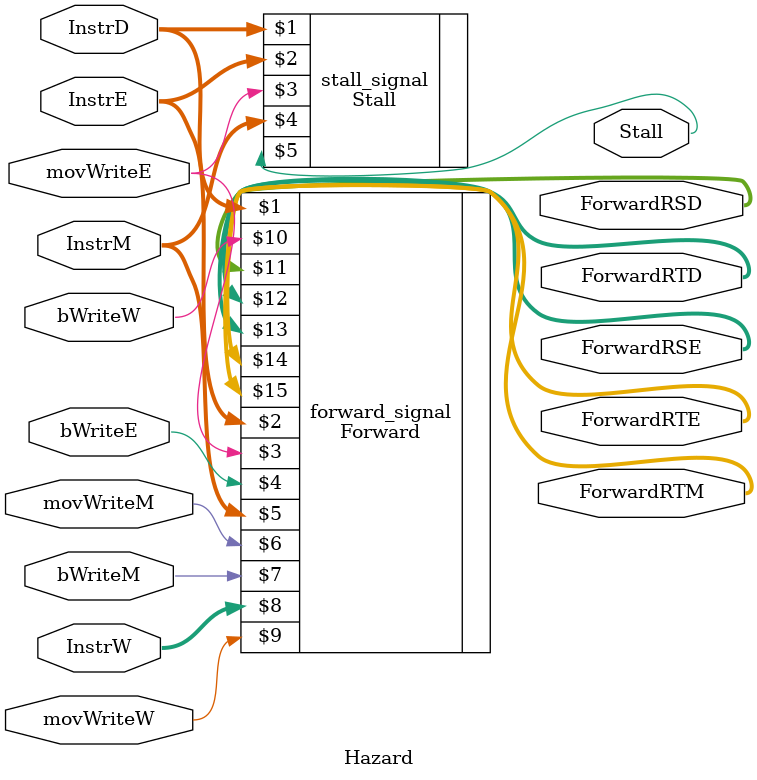
<source format=v>
`timescale 1ns / 1ps
module Hazard(                      
	 input  [31:0] InstrD,           //ID¼¶Ö¸Áî
	 input  [31:0] InstrE,           //EX¼¶Ö¸Áî
	 input  movWriteE,
	 input  bWriteE,
	 input  [31:0] InstrM,           //MEM¼¶Ö¸Áî
	 input  movWriteM,
	 input  bWriteM,
	 input  [31:0] InstrW,           //WB¼¶Ö¸Áî
	 input  movWriteW,
	 input  bWriteW,
	 output  Stall,                  //¶³½áPC,¶³½áIF/IDÁ÷Ë®¼¶¼Ä´æÆ÷,½«ID/EXÁ÷Ë®¼¶¼Ä´æÆ÷ÇåÁãµÄÐÅºÅ
	 output  [1:0] ForwardRSD,       //ID¼¶RS×ª·¢ÐÅºÅ
	 output  [1:0] ForwardRTD,       //ID¼¶RT×ª·¢ÐÅºÅ
	 output  [1:0] ForwardRSE,       //EX¼¶RS×ª·¢ÐÅºÅ
	 output  [1:0] ForwardRTE,       //EX¼¶RT×ª·¢ÐÅºÅ
	 output  [1:0] ForwardRTM        //MEM¼¶RT×ª·¢ÐÅºÅ
    );
	 
	 //ÔÝÍ£ÐÅºÅ
	 Stall stall_signal(InstrD,InstrE,movWriteE,InstrM,Stall);
	 
	 //×ª·¢ÐÅºÅ
	 Forward forward_signal(InstrD,InstrE,movWriteE,bWriteE,InstrM,movWriteM,bWriteM,InstrW,movWriteW,bWriteW,
								   ForwardRSD,ForwardRTD,ForwardRSE,ForwardRTE,ForwardRTM);

endmodule

</source>
